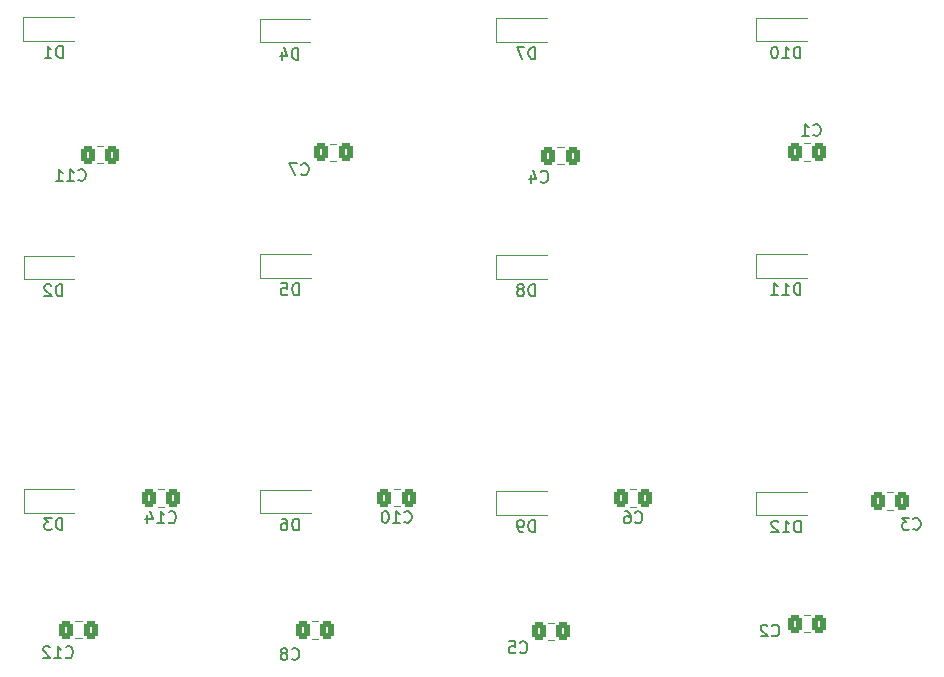
<source format=gbo>
G04 #@! TF.GenerationSoftware,KiCad,Pcbnew,(6.0.0)*
G04 #@! TF.CreationDate,2022-08-04T01:32:58+02:00*
G04 #@! TF.ProjectId,keyboard_v1.0,6b657962-6f61-4726-945f-76312e302e6b,rev?*
G04 #@! TF.SameCoordinates,Original*
G04 #@! TF.FileFunction,Legend,Bot*
G04 #@! TF.FilePolarity,Positive*
%FSLAX46Y46*%
G04 Gerber Fmt 4.6, Leading zero omitted, Abs format (unit mm)*
G04 Created by KiCad (PCBNEW (6.0.0)) date 2022-08-04 01:32:58*
%MOMM*%
%LPD*%
G01*
G04 APERTURE LIST*
G04 Aperture macros list*
%AMRoundRect*
0 Rectangle with rounded corners*
0 $1 Rounding radius*
0 $2 $3 $4 $5 $6 $7 $8 $9 X,Y pos of 4 corners*
0 Add a 4 corners polygon primitive as box body*
4,1,4,$2,$3,$4,$5,$6,$7,$8,$9,$2,$3,0*
0 Add four circle primitives for the rounded corners*
1,1,$1+$1,$2,$3*
1,1,$1+$1,$4,$5*
1,1,$1+$1,$6,$7*
1,1,$1+$1,$8,$9*
0 Add four rect primitives between the rounded corners*
20,1,$1+$1,$2,$3,$4,$5,0*
20,1,$1+$1,$4,$5,$6,$7,0*
20,1,$1+$1,$6,$7,$8,$9,0*
20,1,$1+$1,$8,$9,$2,$3,0*%
G04 Aperture macros list end*
%ADD10C,0.150000*%
%ADD11C,0.120000*%
%ADD12C,1.750000*%
%ADD13C,4.000000*%
%ADD14C,2.500000*%
%ADD15R,1.700000X1.700000*%
%ADD16O,1.700000X1.700000*%
%ADD17C,2.800000*%
%ADD18C,3.200000*%
%ADD19C,0.600000*%
%ADD20C,0.650000*%
%ADD21O,1.000000X2.100000*%
%ADD22O,1.000000X1.600000*%
%ADD23RoundRect,0.250000X0.337500X0.475000X-0.337500X0.475000X-0.337500X-0.475000X0.337500X-0.475000X0*%
%ADD24RoundRect,0.250000X-0.337500X-0.475000X0.337500X-0.475000X0.337500X0.475000X-0.337500X0.475000X0*%
%ADD25R,1.300000X1.700000*%
G04 APERTURE END LIST*
D10*
X52018857Y-81799142D02*
X52066476Y-81846761D01*
X52209333Y-81894380D01*
X52304571Y-81894380D01*
X52447428Y-81846761D01*
X52542666Y-81751523D01*
X52590285Y-81656285D01*
X52637904Y-81465809D01*
X52637904Y-81322952D01*
X52590285Y-81132476D01*
X52542666Y-81037238D01*
X52447428Y-80942000D01*
X52304571Y-80894380D01*
X52209333Y-80894380D01*
X52066476Y-80942000D01*
X52018857Y-80989619D01*
X51066476Y-81894380D02*
X51637904Y-81894380D01*
X51352190Y-81894380D02*
X51352190Y-80894380D01*
X51447428Y-81037238D01*
X51542666Y-81132476D01*
X51637904Y-81180095D01*
X50114095Y-81894380D02*
X50685523Y-81894380D01*
X50399809Y-81894380D02*
X50399809Y-80894380D01*
X50495047Y-81037238D01*
X50590285Y-81132476D01*
X50685523Y-81180095D01*
X99156666Y-110781142D02*
X99204285Y-110828761D01*
X99347142Y-110876380D01*
X99442380Y-110876380D01*
X99585238Y-110828761D01*
X99680476Y-110733523D01*
X99728095Y-110638285D01*
X99775714Y-110447809D01*
X99775714Y-110304952D01*
X99728095Y-110114476D01*
X99680476Y-110019238D01*
X99585238Y-109924000D01*
X99442380Y-109876380D01*
X99347142Y-109876380D01*
X99204285Y-109924000D01*
X99156666Y-109971619D01*
X98299523Y-109876380D02*
X98490000Y-109876380D01*
X98585238Y-109924000D01*
X98632857Y-109971619D01*
X98728095Y-110114476D01*
X98775714Y-110304952D01*
X98775714Y-110685904D01*
X98728095Y-110781142D01*
X98680476Y-110828761D01*
X98585238Y-110876380D01*
X98394761Y-110876380D01*
X98299523Y-110828761D01*
X98251904Y-110781142D01*
X98204285Y-110685904D01*
X98204285Y-110447809D01*
X98251904Y-110352571D01*
X98299523Y-110304952D01*
X98394761Y-110257333D01*
X98585238Y-110257333D01*
X98680476Y-110304952D01*
X98728095Y-110352571D01*
X98775714Y-110447809D01*
X110741666Y-120358142D02*
X110789285Y-120405761D01*
X110932142Y-120453380D01*
X111027380Y-120453380D01*
X111170238Y-120405761D01*
X111265476Y-120310523D01*
X111313095Y-120215285D01*
X111360714Y-120024809D01*
X111360714Y-119881952D01*
X111313095Y-119691476D01*
X111265476Y-119596238D01*
X111170238Y-119501000D01*
X111027380Y-119453380D01*
X110932142Y-119453380D01*
X110789285Y-119501000D01*
X110741666Y-119548619D01*
X110360714Y-119548619D02*
X110313095Y-119501000D01*
X110217857Y-119453380D01*
X109979761Y-119453380D01*
X109884523Y-119501000D01*
X109836904Y-119548619D01*
X109789285Y-119643857D01*
X109789285Y-119739095D01*
X109836904Y-119881952D01*
X110408333Y-120453380D01*
X109789285Y-120453380D01*
X70656095Y-71618380D02*
X70656095Y-70618380D01*
X70418000Y-70618380D01*
X70275142Y-70666000D01*
X70179904Y-70761238D01*
X70132285Y-70856476D01*
X70084666Y-71046952D01*
X70084666Y-71189809D01*
X70132285Y-71380285D01*
X70179904Y-71475523D01*
X70275142Y-71570761D01*
X70418000Y-71618380D01*
X70656095Y-71618380D01*
X69227523Y-70951714D02*
X69227523Y-71618380D01*
X69465619Y-70570761D02*
X69703714Y-71285047D01*
X69084666Y-71285047D01*
X114248666Y-77980142D02*
X114296285Y-78027761D01*
X114439142Y-78075380D01*
X114534380Y-78075380D01*
X114677238Y-78027761D01*
X114772476Y-77932523D01*
X114820095Y-77837285D01*
X114867714Y-77646809D01*
X114867714Y-77503952D01*
X114820095Y-77313476D01*
X114772476Y-77218238D01*
X114677238Y-77123000D01*
X114534380Y-77075380D01*
X114439142Y-77075380D01*
X114296285Y-77123000D01*
X114248666Y-77170619D01*
X113296285Y-78075380D02*
X113867714Y-78075380D01*
X113582000Y-78075380D02*
X113582000Y-77075380D01*
X113677238Y-77218238D01*
X113772476Y-77313476D01*
X113867714Y-77361095D01*
X90692095Y-91644380D02*
X90692095Y-90644380D01*
X90454000Y-90644380D01*
X90311142Y-90692000D01*
X90215904Y-90787238D01*
X90168285Y-90882476D01*
X90120666Y-91072952D01*
X90120666Y-91215809D01*
X90168285Y-91406285D01*
X90215904Y-91501523D01*
X90311142Y-91596761D01*
X90454000Y-91644380D01*
X90692095Y-91644380D01*
X89549238Y-91072952D02*
X89644476Y-91025333D01*
X89692095Y-90977714D01*
X89739714Y-90882476D01*
X89739714Y-90834857D01*
X89692095Y-90739619D01*
X89644476Y-90692000D01*
X89549238Y-90644380D01*
X89358761Y-90644380D01*
X89263523Y-90692000D01*
X89215904Y-90739619D01*
X89168285Y-90834857D01*
X89168285Y-90882476D01*
X89215904Y-90977714D01*
X89263523Y-91025333D01*
X89358761Y-91072952D01*
X89549238Y-91072952D01*
X89644476Y-91120571D01*
X89692095Y-91168190D01*
X89739714Y-91263428D01*
X89739714Y-91453904D01*
X89692095Y-91549142D01*
X89644476Y-91596761D01*
X89549238Y-91644380D01*
X89358761Y-91644380D01*
X89263523Y-91596761D01*
X89215904Y-91549142D01*
X89168285Y-91453904D01*
X89168285Y-91263428D01*
X89215904Y-91168190D01*
X89263523Y-91120571D01*
X89358761Y-91072952D01*
X70102666Y-122355142D02*
X70150285Y-122402761D01*
X70293142Y-122450380D01*
X70388380Y-122450380D01*
X70531238Y-122402761D01*
X70626476Y-122307523D01*
X70674095Y-122212285D01*
X70721714Y-122021809D01*
X70721714Y-121878952D01*
X70674095Y-121688476D01*
X70626476Y-121593238D01*
X70531238Y-121498000D01*
X70388380Y-121450380D01*
X70293142Y-121450380D01*
X70150285Y-121498000D01*
X70102666Y-121545619D01*
X69531238Y-121878952D02*
X69626476Y-121831333D01*
X69674095Y-121783714D01*
X69721714Y-121688476D01*
X69721714Y-121640857D01*
X69674095Y-121545619D01*
X69626476Y-121498000D01*
X69531238Y-121450380D01*
X69340761Y-121450380D01*
X69245523Y-121498000D01*
X69197904Y-121545619D01*
X69150285Y-121640857D01*
X69150285Y-121688476D01*
X69197904Y-121783714D01*
X69245523Y-121831333D01*
X69340761Y-121878952D01*
X69531238Y-121878952D01*
X69626476Y-121926571D01*
X69674095Y-121974190D01*
X69721714Y-122069428D01*
X69721714Y-122259904D01*
X69674095Y-122355142D01*
X69626476Y-122402761D01*
X69531238Y-122450380D01*
X69340761Y-122450380D01*
X69245523Y-122402761D01*
X69197904Y-122355142D01*
X69150285Y-122259904D01*
X69150285Y-122069428D01*
X69197904Y-121974190D01*
X69245523Y-121926571D01*
X69340761Y-121878952D01*
X91174666Y-81934142D02*
X91222285Y-81981761D01*
X91365142Y-82029380D01*
X91460380Y-82029380D01*
X91603238Y-81981761D01*
X91698476Y-81886523D01*
X91746095Y-81791285D01*
X91793714Y-81600809D01*
X91793714Y-81457952D01*
X91746095Y-81267476D01*
X91698476Y-81172238D01*
X91603238Y-81077000D01*
X91460380Y-81029380D01*
X91365142Y-81029380D01*
X91222285Y-81077000D01*
X91174666Y-81124619D01*
X90317523Y-81362714D02*
X90317523Y-82029380D01*
X90555619Y-80981761D02*
X90793714Y-81696047D01*
X90174666Y-81696047D01*
X122711666Y-111321142D02*
X122759285Y-111368761D01*
X122902142Y-111416380D01*
X122997380Y-111416380D01*
X123140238Y-111368761D01*
X123235476Y-111273523D01*
X123283095Y-111178285D01*
X123330714Y-110987809D01*
X123330714Y-110844952D01*
X123283095Y-110654476D01*
X123235476Y-110559238D01*
X123140238Y-110464000D01*
X122997380Y-110416380D01*
X122902142Y-110416380D01*
X122759285Y-110464000D01*
X122711666Y-110511619D01*
X122378333Y-110416380D02*
X121759285Y-110416380D01*
X122092619Y-110797333D01*
X121949761Y-110797333D01*
X121854523Y-110844952D01*
X121806904Y-110892571D01*
X121759285Y-110987809D01*
X121759285Y-111225904D01*
X121806904Y-111321142D01*
X121854523Y-111368761D01*
X121949761Y-111416380D01*
X122235476Y-111416380D01*
X122330714Y-111368761D01*
X122378333Y-111321142D01*
X70677095Y-91560380D02*
X70677095Y-90560380D01*
X70439000Y-90560380D01*
X70296142Y-90608000D01*
X70200904Y-90703238D01*
X70153285Y-90798476D01*
X70105666Y-90988952D01*
X70105666Y-91131809D01*
X70153285Y-91322285D01*
X70200904Y-91417523D01*
X70296142Y-91512761D01*
X70439000Y-91560380D01*
X70677095Y-91560380D01*
X69200904Y-90560380D02*
X69677095Y-90560380D01*
X69724714Y-91036571D01*
X69677095Y-90988952D01*
X69581857Y-90941333D01*
X69343761Y-90941333D01*
X69248523Y-90988952D01*
X69200904Y-91036571D01*
X69153285Y-91131809D01*
X69153285Y-91369904D01*
X69200904Y-91465142D01*
X69248523Y-91512761D01*
X69343761Y-91560380D01*
X69581857Y-91560380D01*
X69677095Y-91512761D01*
X69724714Y-91465142D01*
X90679095Y-111602380D02*
X90679095Y-110602380D01*
X90441000Y-110602380D01*
X90298142Y-110650000D01*
X90202904Y-110745238D01*
X90155285Y-110840476D01*
X90107666Y-111030952D01*
X90107666Y-111173809D01*
X90155285Y-111364285D01*
X90202904Y-111459523D01*
X90298142Y-111554761D01*
X90441000Y-111602380D01*
X90679095Y-111602380D01*
X89631476Y-111602380D02*
X89441000Y-111602380D01*
X89345761Y-111554761D01*
X89298142Y-111507142D01*
X89202904Y-111364285D01*
X89155285Y-111173809D01*
X89155285Y-110792857D01*
X89202904Y-110697619D01*
X89250523Y-110650000D01*
X89345761Y-110602380D01*
X89536238Y-110602380D01*
X89631476Y-110650000D01*
X89679095Y-110697619D01*
X89726714Y-110792857D01*
X89726714Y-111030952D01*
X89679095Y-111126190D01*
X89631476Y-111173809D01*
X89536238Y-111221428D01*
X89345761Y-111221428D01*
X89250523Y-111173809D01*
X89202904Y-111126190D01*
X89155285Y-111030952D01*
X70896666Y-81312142D02*
X70944285Y-81359761D01*
X71087142Y-81407380D01*
X71182380Y-81407380D01*
X71325238Y-81359761D01*
X71420476Y-81264523D01*
X71468095Y-81169285D01*
X71515714Y-80978809D01*
X71515714Y-80835952D01*
X71468095Y-80645476D01*
X71420476Y-80550238D01*
X71325238Y-80455000D01*
X71182380Y-80407380D01*
X71087142Y-80407380D01*
X70944285Y-80455000D01*
X70896666Y-80502619D01*
X70563333Y-80407380D02*
X69896666Y-80407380D01*
X70325238Y-81407380D01*
X113155285Y-71521380D02*
X113155285Y-70521380D01*
X112917190Y-70521380D01*
X112774333Y-70569000D01*
X112679095Y-70664238D01*
X112631476Y-70759476D01*
X112583857Y-70949952D01*
X112583857Y-71092809D01*
X112631476Y-71283285D01*
X112679095Y-71378523D01*
X112774333Y-71473761D01*
X112917190Y-71521380D01*
X113155285Y-71521380D01*
X111631476Y-71521380D02*
X112202904Y-71521380D01*
X111917190Y-71521380D02*
X111917190Y-70521380D01*
X112012428Y-70664238D01*
X112107666Y-70759476D01*
X112202904Y-70807095D01*
X111012428Y-70521380D02*
X110917190Y-70521380D01*
X110821952Y-70569000D01*
X110774333Y-70616619D01*
X110726714Y-70711857D01*
X110679095Y-70902333D01*
X110679095Y-71140428D01*
X110726714Y-71330904D01*
X110774333Y-71426142D01*
X110821952Y-71473761D01*
X110917190Y-71521380D01*
X111012428Y-71521380D01*
X111107666Y-71473761D01*
X111155285Y-71426142D01*
X111202904Y-71330904D01*
X111250523Y-71140428D01*
X111250523Y-70902333D01*
X111202904Y-70711857D01*
X111155285Y-70616619D01*
X111107666Y-70569000D01*
X111012428Y-70521380D01*
X89412666Y-121789142D02*
X89460285Y-121836761D01*
X89603142Y-121884380D01*
X89698380Y-121884380D01*
X89841238Y-121836761D01*
X89936476Y-121741523D01*
X89984095Y-121646285D01*
X90031714Y-121455809D01*
X90031714Y-121312952D01*
X89984095Y-121122476D01*
X89936476Y-121027238D01*
X89841238Y-120932000D01*
X89698380Y-120884380D01*
X89603142Y-120884380D01*
X89460285Y-120932000D01*
X89412666Y-120979619D01*
X88507904Y-120884380D02*
X88984095Y-120884380D01*
X89031714Y-121360571D01*
X88984095Y-121312952D01*
X88888857Y-121265333D01*
X88650761Y-121265333D01*
X88555523Y-121312952D01*
X88507904Y-121360571D01*
X88460285Y-121455809D01*
X88460285Y-121693904D01*
X88507904Y-121789142D01*
X88555523Y-121836761D01*
X88650761Y-121884380D01*
X88888857Y-121884380D01*
X88984095Y-121836761D01*
X89031714Y-121789142D01*
X50667095Y-91657380D02*
X50667095Y-90657380D01*
X50429000Y-90657380D01*
X50286142Y-90705000D01*
X50190904Y-90800238D01*
X50143285Y-90895476D01*
X50095666Y-91085952D01*
X50095666Y-91228809D01*
X50143285Y-91419285D01*
X50190904Y-91514523D01*
X50286142Y-91609761D01*
X50429000Y-91657380D01*
X50667095Y-91657380D01*
X49714714Y-90752619D02*
X49667095Y-90705000D01*
X49571857Y-90657380D01*
X49333761Y-90657380D01*
X49238523Y-90705000D01*
X49190904Y-90752619D01*
X49143285Y-90847857D01*
X49143285Y-90943095D01*
X49190904Y-91085952D01*
X49762333Y-91657380D01*
X49143285Y-91657380D01*
X59656857Y-110765142D02*
X59704476Y-110812761D01*
X59847333Y-110860380D01*
X59942571Y-110860380D01*
X60085428Y-110812761D01*
X60180666Y-110717523D01*
X60228285Y-110622285D01*
X60275904Y-110431809D01*
X60275904Y-110288952D01*
X60228285Y-110098476D01*
X60180666Y-110003238D01*
X60085428Y-109908000D01*
X59942571Y-109860380D01*
X59847333Y-109860380D01*
X59704476Y-109908000D01*
X59656857Y-109955619D01*
X58704476Y-110860380D02*
X59275904Y-110860380D01*
X58990190Y-110860380D02*
X58990190Y-109860380D01*
X59085428Y-110003238D01*
X59180666Y-110098476D01*
X59275904Y-110146095D01*
X57847333Y-110193714D02*
X57847333Y-110860380D01*
X58085428Y-109812761D02*
X58323523Y-110527047D01*
X57704476Y-110527047D01*
X113175285Y-111650380D02*
X113175285Y-110650380D01*
X112937190Y-110650380D01*
X112794333Y-110698000D01*
X112699095Y-110793238D01*
X112651476Y-110888476D01*
X112603857Y-111078952D01*
X112603857Y-111221809D01*
X112651476Y-111412285D01*
X112699095Y-111507523D01*
X112794333Y-111602761D01*
X112937190Y-111650380D01*
X113175285Y-111650380D01*
X111651476Y-111650380D02*
X112222904Y-111650380D01*
X111937190Y-111650380D02*
X111937190Y-110650380D01*
X112032428Y-110793238D01*
X112127666Y-110888476D01*
X112222904Y-110936095D01*
X111270523Y-110745619D02*
X111222904Y-110698000D01*
X111127666Y-110650380D01*
X110889571Y-110650380D01*
X110794333Y-110698000D01*
X110746714Y-110745619D01*
X110699095Y-110840857D01*
X110699095Y-110936095D01*
X110746714Y-111078952D01*
X111318142Y-111650380D01*
X110699095Y-111650380D01*
X90697095Y-71581380D02*
X90697095Y-70581380D01*
X90459000Y-70581380D01*
X90316142Y-70629000D01*
X90220904Y-70724238D01*
X90173285Y-70819476D01*
X90125666Y-71009952D01*
X90125666Y-71152809D01*
X90173285Y-71343285D01*
X90220904Y-71438523D01*
X90316142Y-71533761D01*
X90459000Y-71581380D01*
X90697095Y-71581380D01*
X89792333Y-70581380D02*
X89125666Y-70581380D01*
X89554238Y-71581380D01*
X113144285Y-91525380D02*
X113144285Y-90525380D01*
X112906190Y-90525380D01*
X112763333Y-90573000D01*
X112668095Y-90668238D01*
X112620476Y-90763476D01*
X112572857Y-90953952D01*
X112572857Y-91096809D01*
X112620476Y-91287285D01*
X112668095Y-91382523D01*
X112763333Y-91477761D01*
X112906190Y-91525380D01*
X113144285Y-91525380D01*
X111620476Y-91525380D02*
X112191904Y-91525380D01*
X111906190Y-91525380D02*
X111906190Y-90525380D01*
X112001428Y-90668238D01*
X112096666Y-90763476D01*
X112191904Y-90811095D01*
X110668095Y-91525380D02*
X111239523Y-91525380D01*
X110953809Y-91525380D02*
X110953809Y-90525380D01*
X111049047Y-90668238D01*
X111144285Y-90763476D01*
X111239523Y-90811095D01*
X70679095Y-111476380D02*
X70679095Y-110476380D01*
X70441000Y-110476380D01*
X70298142Y-110524000D01*
X70202904Y-110619238D01*
X70155285Y-110714476D01*
X70107666Y-110904952D01*
X70107666Y-111047809D01*
X70155285Y-111238285D01*
X70202904Y-111333523D01*
X70298142Y-111428761D01*
X70441000Y-111476380D01*
X70679095Y-111476380D01*
X69250523Y-110476380D02*
X69441000Y-110476380D01*
X69536238Y-110524000D01*
X69583857Y-110571619D01*
X69679095Y-110714476D01*
X69726714Y-110904952D01*
X69726714Y-111285904D01*
X69679095Y-111381142D01*
X69631476Y-111428761D01*
X69536238Y-111476380D01*
X69345761Y-111476380D01*
X69250523Y-111428761D01*
X69202904Y-111381142D01*
X69155285Y-111285904D01*
X69155285Y-111047809D01*
X69202904Y-110952571D01*
X69250523Y-110904952D01*
X69345761Y-110857333D01*
X69536238Y-110857333D01*
X69631476Y-110904952D01*
X69679095Y-110952571D01*
X69726714Y-111047809D01*
X50667095Y-111421380D02*
X50667095Y-110421380D01*
X50429000Y-110421380D01*
X50286142Y-110469000D01*
X50190904Y-110564238D01*
X50143285Y-110659476D01*
X50095666Y-110849952D01*
X50095666Y-110992809D01*
X50143285Y-111183285D01*
X50190904Y-111278523D01*
X50286142Y-111373761D01*
X50429000Y-111421380D01*
X50667095Y-111421380D01*
X49762333Y-110421380D02*
X49143285Y-110421380D01*
X49476619Y-110802333D01*
X49333761Y-110802333D01*
X49238523Y-110849952D01*
X49190904Y-110897571D01*
X49143285Y-110992809D01*
X49143285Y-111230904D01*
X49190904Y-111326142D01*
X49238523Y-111373761D01*
X49333761Y-111421380D01*
X49619476Y-111421380D01*
X49714714Y-111373761D01*
X49762333Y-111326142D01*
X50694095Y-71452380D02*
X50694095Y-70452380D01*
X50456000Y-70452380D01*
X50313142Y-70500000D01*
X50217904Y-70595238D01*
X50170285Y-70690476D01*
X50122666Y-70880952D01*
X50122666Y-71023809D01*
X50170285Y-71214285D01*
X50217904Y-71309523D01*
X50313142Y-71404761D01*
X50456000Y-71452380D01*
X50694095Y-71452380D01*
X49170285Y-71452380D02*
X49741714Y-71452380D01*
X49456000Y-71452380D02*
X49456000Y-70452380D01*
X49551238Y-70595238D01*
X49646476Y-70690476D01*
X49741714Y-70738095D01*
X50933857Y-122198142D02*
X50981476Y-122245761D01*
X51124333Y-122293380D01*
X51219571Y-122293380D01*
X51362428Y-122245761D01*
X51457666Y-122150523D01*
X51505285Y-122055285D01*
X51552904Y-121864809D01*
X51552904Y-121721952D01*
X51505285Y-121531476D01*
X51457666Y-121436238D01*
X51362428Y-121341000D01*
X51219571Y-121293380D01*
X51124333Y-121293380D01*
X50981476Y-121341000D01*
X50933857Y-121388619D01*
X49981476Y-122293380D02*
X50552904Y-122293380D01*
X50267190Y-122293380D02*
X50267190Y-121293380D01*
X50362428Y-121436238D01*
X50457666Y-121531476D01*
X50552904Y-121579095D01*
X49600523Y-121388619D02*
X49552904Y-121341000D01*
X49457666Y-121293380D01*
X49219571Y-121293380D01*
X49124333Y-121341000D01*
X49076714Y-121388619D01*
X49029095Y-121483857D01*
X49029095Y-121579095D01*
X49076714Y-121721952D01*
X49648142Y-122293380D01*
X49029095Y-122293380D01*
X79616857Y-110745142D02*
X79664476Y-110792761D01*
X79807333Y-110840380D01*
X79902571Y-110840380D01*
X80045428Y-110792761D01*
X80140666Y-110697523D01*
X80188285Y-110602285D01*
X80235904Y-110411809D01*
X80235904Y-110268952D01*
X80188285Y-110078476D01*
X80140666Y-109983238D01*
X80045428Y-109888000D01*
X79902571Y-109840380D01*
X79807333Y-109840380D01*
X79664476Y-109888000D01*
X79616857Y-109935619D01*
X78664476Y-110840380D02*
X79235904Y-110840380D01*
X78950190Y-110840380D02*
X78950190Y-109840380D01*
X79045428Y-109983238D01*
X79140666Y-110078476D01*
X79235904Y-110126095D01*
X78045428Y-109840380D02*
X77950190Y-109840380D01*
X77854952Y-109888000D01*
X77807333Y-109935619D01*
X77759714Y-110030857D01*
X77712095Y-110221333D01*
X77712095Y-110459428D01*
X77759714Y-110649904D01*
X77807333Y-110745142D01*
X77854952Y-110792761D01*
X77950190Y-110840380D01*
X78045428Y-110840380D01*
X78140666Y-110792761D01*
X78188285Y-110745142D01*
X78235904Y-110649904D01*
X78283523Y-110459428D01*
X78283523Y-110221333D01*
X78235904Y-110030857D01*
X78188285Y-109935619D01*
X78140666Y-109888000D01*
X78045428Y-109840380D01*
D11*
X54120252Y-78920000D02*
X53597748Y-78920000D01*
X54120252Y-80390000D02*
X53597748Y-80390000D01*
X98728748Y-108009000D02*
X99251252Y-108009000D01*
X98728748Y-109479000D02*
X99251252Y-109479000D01*
X113976252Y-118638000D02*
X113453748Y-118638000D01*
X113976252Y-120108000D02*
X113453748Y-120108000D01*
X67368000Y-68166000D02*
X71668000Y-68166000D01*
X67368000Y-70166000D02*
X67368000Y-68166000D01*
X71668000Y-70166000D02*
X67368000Y-70166000D01*
X113993252Y-78709000D02*
X113470748Y-78709000D01*
X113993252Y-80179000D02*
X113470748Y-80179000D01*
X87404000Y-90192000D02*
X87404000Y-88192000D01*
X87404000Y-88192000D02*
X91704000Y-88192000D01*
X91704000Y-90192000D02*
X87404000Y-90192000D01*
X72304252Y-119181000D02*
X71781748Y-119181000D01*
X72304252Y-120651000D02*
X71781748Y-120651000D01*
X93107252Y-80495000D02*
X92584748Y-80495000D01*
X93107252Y-79025000D02*
X92584748Y-79025000D01*
X120465748Y-109718000D02*
X120988252Y-109718000D01*
X120465748Y-108248000D02*
X120988252Y-108248000D01*
X67389000Y-90108000D02*
X67389000Y-88108000D01*
X67389000Y-88108000D02*
X71689000Y-88108000D01*
X71689000Y-90108000D02*
X67389000Y-90108000D01*
X87391000Y-110150000D02*
X87391000Y-108150000D01*
X87391000Y-108150000D02*
X91691000Y-108150000D01*
X91691000Y-110150000D02*
X87391000Y-110150000D01*
X73871252Y-80208000D02*
X73348748Y-80208000D01*
X73871252Y-78738000D02*
X73348748Y-78738000D01*
X113691000Y-70069000D02*
X109391000Y-70069000D01*
X109391000Y-68069000D02*
X113691000Y-68069000D01*
X109391000Y-70069000D02*
X109391000Y-68069000D01*
X92311252Y-119296000D02*
X91788748Y-119296000D01*
X92311252Y-120766000D02*
X91788748Y-120766000D01*
X51679000Y-90205000D02*
X47379000Y-90205000D01*
X47379000Y-88205000D02*
X51679000Y-88205000D01*
X47379000Y-90205000D02*
X47379000Y-88205000D01*
X58752748Y-107993000D02*
X59275252Y-107993000D01*
X58752748Y-109463000D02*
X59275252Y-109463000D01*
X109411000Y-110198000D02*
X109411000Y-108198000D01*
X113711000Y-110198000D02*
X109411000Y-110198000D01*
X109411000Y-108198000D02*
X113711000Y-108198000D01*
X87409000Y-70129000D02*
X87409000Y-68129000D01*
X87409000Y-68129000D02*
X91709000Y-68129000D01*
X91709000Y-70129000D02*
X87409000Y-70129000D01*
X109380000Y-88073000D02*
X113680000Y-88073000D01*
X109380000Y-90073000D02*
X109380000Y-88073000D01*
X113680000Y-90073000D02*
X109380000Y-90073000D01*
X71691000Y-110024000D02*
X67391000Y-110024000D01*
X67391000Y-110024000D02*
X67391000Y-108024000D01*
X67391000Y-108024000D02*
X71691000Y-108024000D01*
X47379000Y-109969000D02*
X47379000Y-107969000D01*
X47379000Y-107969000D02*
X51679000Y-107969000D01*
X51679000Y-109969000D02*
X47379000Y-109969000D01*
X47351000Y-70007000D02*
X47351000Y-68007000D01*
X47351000Y-68007000D02*
X51651000Y-68007000D01*
X51651000Y-70007000D02*
X47351000Y-70007000D01*
X52301252Y-120614000D02*
X51778748Y-120614000D01*
X52301252Y-119144000D02*
X51778748Y-119144000D01*
X78712748Y-107973000D02*
X79235252Y-107973000D01*
X78712748Y-109443000D02*
X79235252Y-109443000D01*
%LPC*%
D10*
X127996000Y-50800000D02*
X134300000Y-50800000D01*
X134300000Y-50800000D02*
X134300000Y-56099000D01*
X134300000Y-56099000D02*
X127996000Y-56099000D01*
X127996000Y-56099000D02*
X127996000Y-50800000D01*
G36*
X127996000Y-50800000D02*
G01*
X134300000Y-50800000D01*
X134300000Y-56099000D01*
X127996000Y-56099000D01*
X127996000Y-50800000D01*
G37*
X95018000Y-37153000D02*
X97522000Y-37153000D01*
X97522000Y-37153000D02*
X97522000Y-40551000D01*
X97522000Y-40551000D02*
X95018000Y-40551000D01*
X95018000Y-40551000D02*
X95018000Y-37153000D01*
G36*
X95018000Y-37153000D02*
G01*
X97522000Y-37153000D01*
X97522000Y-40551000D01*
X95018000Y-40551000D01*
X95018000Y-37153000D01*
G37*
D12*
X102580000Y-117500000D03*
D13*
X97500000Y-117500000D03*
D12*
X92420000Y-117500000D03*
D14*
X93690000Y-114960000D03*
X100040000Y-112420000D03*
D15*
X135625000Y-106475000D03*
D16*
X135625000Y-109015000D03*
X135625000Y-111555000D03*
D13*
X57500000Y-77500000D03*
D12*
X62580000Y-77500000D03*
X52420000Y-77500000D03*
D14*
X53690000Y-74960000D03*
X60040000Y-72420000D03*
D15*
X135525000Y-72675000D03*
D16*
X135525000Y-75215000D03*
X135525000Y-77755000D03*
D17*
X113689000Y-32411000D03*
D18*
X135372000Y-125535000D03*
D15*
X76849000Y-36682000D03*
D16*
X74309000Y-36682000D03*
X71769000Y-36682000D03*
D12*
X92420000Y-77500000D03*
X102580000Y-77500000D03*
D13*
X97500000Y-77500000D03*
D14*
X93690000Y-74960000D03*
X100040000Y-72420000D03*
D15*
X60775000Y-36622000D03*
D16*
X63315000Y-36622000D03*
X65855000Y-36622000D03*
D13*
X117500000Y-77500000D03*
D12*
X112420000Y-77500000D03*
X122580000Y-77500000D03*
D14*
X113690000Y-74960000D03*
X120040000Y-72420000D03*
D12*
X112420000Y-97500000D03*
X122580000Y-97500000D03*
D13*
X117500000Y-97500000D03*
D14*
X113690000Y-94960000D03*
X120040000Y-92420000D03*
D13*
X77500000Y-97500000D03*
D12*
X82580000Y-97500000D03*
X72420000Y-97500000D03*
D14*
X73690000Y-94960000D03*
X80040000Y-92420000D03*
D19*
X132376000Y-54651000D03*
X130976000Y-54651000D03*
X129576000Y-53251000D03*
X129576000Y-51851000D03*
X130976000Y-53251000D03*
X132376000Y-51851000D03*
X129576000Y-54651000D03*
X132376000Y-53251000D03*
X130976000Y-51851000D03*
D12*
X112420000Y-117500000D03*
D13*
X117500000Y-117500000D03*
D12*
X122580000Y-117500000D03*
D14*
X113690000Y-114960000D03*
X120040000Y-112420000D03*
D12*
X72420000Y-117500000D03*
X82580000Y-117500000D03*
D13*
X77500000Y-117500000D03*
D14*
X73690000Y-114960000D03*
X80040000Y-112420000D03*
D15*
X135625000Y-95100000D03*
D16*
X135625000Y-97640000D03*
X135625000Y-100180000D03*
D20*
X119050000Y-36799000D03*
X124830000Y-36799000D03*
D21*
X117620000Y-37329000D03*
X126260000Y-37329000D03*
D22*
X126260000Y-33149000D03*
X117620000Y-33149000D03*
D13*
X97500000Y-97500000D03*
D12*
X102580000Y-97500000D03*
X92420000Y-97500000D03*
D14*
X93690000Y-94960000D03*
X100040000Y-92420000D03*
D18*
X135700000Y-34100000D03*
D12*
X52420000Y-117500000D03*
X62580000Y-117500000D03*
D13*
X57500000Y-117500000D03*
D14*
X53690000Y-114960000D03*
X60040000Y-112420000D03*
D18*
X44281000Y-125396000D03*
X44569000Y-34585000D03*
D12*
X72420000Y-77500000D03*
X82580000Y-77500000D03*
D13*
X77500000Y-77500000D03*
D14*
X73690000Y-74960000D03*
X80040000Y-72420000D03*
D13*
X57500000Y-97500000D03*
D12*
X52420000Y-97500000D03*
X62580000Y-97500000D03*
D14*
X53690000Y-94960000D03*
X60040000Y-92420000D03*
D15*
X135500000Y-84100000D03*
D16*
X135500000Y-86640000D03*
X135500000Y-89180000D03*
D23*
X54896500Y-79655000D03*
X52821500Y-79655000D03*
D24*
X97952500Y-108744000D03*
X100027500Y-108744000D03*
D23*
X114752500Y-119373000D03*
X112677500Y-119373000D03*
D25*
X68168000Y-69166000D03*
X71668000Y-69166000D03*
D23*
X114769500Y-79444000D03*
X112694500Y-79444000D03*
D25*
X88204000Y-89192000D03*
X91704000Y-89192000D03*
D23*
X73080500Y-119916000D03*
X71005500Y-119916000D03*
X93883500Y-79760000D03*
X91808500Y-79760000D03*
D24*
X119689500Y-108983000D03*
X121764500Y-108983000D03*
D25*
X68189000Y-89108000D03*
X71689000Y-89108000D03*
X88191000Y-109150000D03*
X91691000Y-109150000D03*
D23*
X74647500Y-79473000D03*
X72572500Y-79473000D03*
D25*
X110191000Y-69069000D03*
X113691000Y-69069000D03*
D23*
X93087500Y-120031000D03*
X91012500Y-120031000D03*
D25*
X48179000Y-89205000D03*
X51679000Y-89205000D03*
D24*
X57976500Y-108728000D03*
X60051500Y-108728000D03*
D25*
X110211000Y-109198000D03*
X113711000Y-109198000D03*
X88209000Y-69129000D03*
X91709000Y-69129000D03*
X110180000Y-89073000D03*
X113680000Y-89073000D03*
X68191000Y-109024000D03*
X71691000Y-109024000D03*
X48179000Y-108969000D03*
X51679000Y-108969000D03*
X48151000Y-69007000D03*
X51651000Y-69007000D03*
D23*
X53077500Y-119879000D03*
X51002500Y-119879000D03*
D24*
X77936500Y-108708000D03*
X80011500Y-108708000D03*
M02*

</source>
